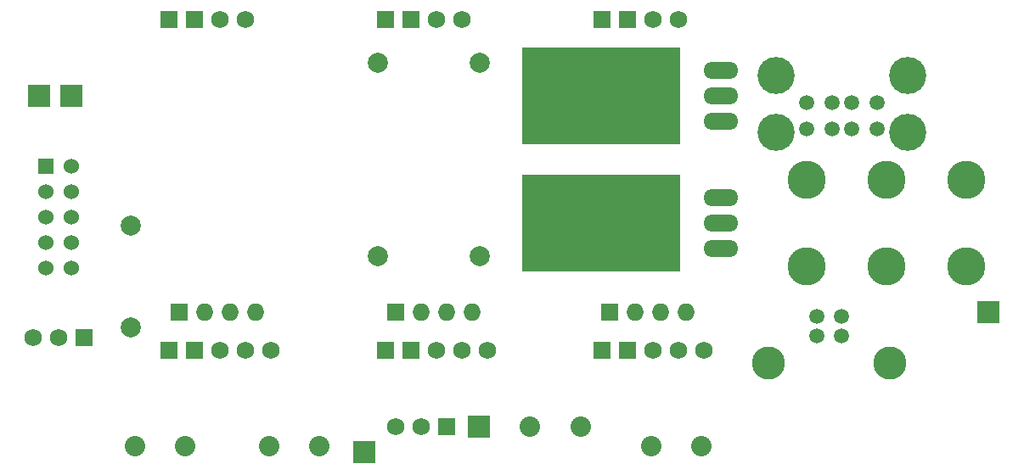
<source format=gts>
%FSLAX36Y36*%
G04 Gerber Fmt 3.6, Leading zero omitted, Abs format (unit inch)*
G04 Created by KiCad (PCBNEW (2014-jul-16 BZR unknown)-product) date Sat 24 Jan 2015 08:01:21 PM PST*
%MOIN*%
G01*
G04 APERTURE LIST*
%ADD10C,0.003937*%
%ADD11R,0.068000X0.068000*%
%ADD12C,0.068000*%
%ADD13C,0.080000*%
%ADD14R,0.060000X0.060000*%
%ADD15C,0.060000*%
%ADD16O,0.137800X0.066900*%
%ADD17R,0.620000X0.380000*%
%ADD18C,0.078700*%
%ADD19C,0.150000*%
%ADD20R,0.088000X0.088000*%
%ADD21O,0.068000X0.068000*%
%ADD22C,0.129921*%
%ADD23C,0.059055*%
%ADD24C,0.145669*%
G04 APERTURE END LIST*
D10*
D11*
X5650000Y-5750000D03*
D12*
X5550000Y-5750000D03*
X5450000Y-5750000D03*
D11*
X4225000Y-5400000D03*
D12*
X4125000Y-5400000D03*
X4025000Y-5400000D03*
D13*
X4426575Y-5825000D03*
X4623425Y-5825000D03*
X6451575Y-5825000D03*
X6648425Y-5825000D03*
X4951575Y-5825000D03*
X5148425Y-5825000D03*
D14*
X4075000Y-4725000D03*
D15*
X4175000Y-4725000D03*
X4075000Y-4825000D03*
X4175000Y-4825000D03*
X4075000Y-4925000D03*
X4175000Y-4925000D03*
X4075000Y-5025000D03*
X4175000Y-5025000D03*
X4075000Y-5125000D03*
X4175000Y-5125000D03*
D16*
X6725000Y-4950000D03*
X6725000Y-5050000D03*
X6725000Y-4850000D03*
D17*
X6255000Y-4950000D03*
D16*
X6725000Y-4450000D03*
X6725000Y-4550000D03*
X6725000Y-4350000D03*
D17*
X6255000Y-4450000D03*
D18*
X4409449Y-4957480D03*
X4409449Y-5357480D03*
D19*
X7375000Y-5120000D03*
X7375000Y-4780000D03*
X7687000Y-5120000D03*
X7063000Y-4780000D03*
X7687000Y-4780000D03*
X7063000Y-5120000D03*
D20*
X4050000Y-4450000D03*
X4175000Y-4450000D03*
X7775000Y-5300000D03*
X5775000Y-5750000D03*
X5325000Y-5850000D03*
D11*
X6290000Y-5300000D03*
D21*
X6390000Y-5300000D03*
X6490000Y-5300000D03*
X6590000Y-5300000D03*
D11*
X5450000Y-5300000D03*
D21*
X5550000Y-5300000D03*
X5650000Y-5300000D03*
X5750000Y-5300000D03*
D11*
X4600000Y-5300000D03*
D21*
X4700000Y-5300000D03*
X4800000Y-5300000D03*
X4900000Y-5300000D03*
D13*
X6175500Y-5750000D03*
X5974500Y-5750000D03*
D18*
X5380000Y-5080000D03*
X5780000Y-5080000D03*
X5380000Y-4320000D03*
X5780000Y-4320000D03*
D11*
X4560000Y-5450000D03*
X4660000Y-5450000D03*
D12*
X4760000Y-5450000D03*
X4860000Y-5450000D03*
X4960000Y-5450000D03*
D11*
X4560000Y-4150000D03*
X4660000Y-4150000D03*
D12*
X4760000Y-4150000D03*
X4860000Y-4150000D03*
D11*
X5410000Y-5450000D03*
X5510000Y-5450000D03*
D12*
X5610000Y-5450000D03*
X5710000Y-5450000D03*
X5810000Y-5450000D03*
D11*
X5410000Y-4150000D03*
X5510000Y-4150000D03*
D12*
X5610000Y-4150000D03*
X5710000Y-4150000D03*
D11*
X6260000Y-5450000D03*
X6360000Y-5450000D03*
D12*
X6460000Y-5450000D03*
X6560000Y-5450000D03*
X6660000Y-5450000D03*
D11*
X6260000Y-4150000D03*
X6360000Y-4150000D03*
D12*
X6460000Y-4150000D03*
X6560000Y-4150000D03*
D22*
X6912205Y-5500000D03*
X7387008Y-5500000D03*
D23*
X7100787Y-5314567D03*
X7199213Y-5314567D03*
X7100787Y-5393307D03*
X7199213Y-5393307D03*
X7337795Y-4475000D03*
X7239370Y-4475000D03*
X7160630Y-4475000D03*
X7062205Y-4475000D03*
X7337795Y-4578150D03*
X7239370Y-4578150D03*
X7160630Y-4578150D03*
X7062205Y-4578150D03*
D24*
X7458661Y-4368307D03*
X6941339Y-4368307D03*
X7458661Y-4591929D03*
X6941339Y-4591929D03*
M02*

</source>
